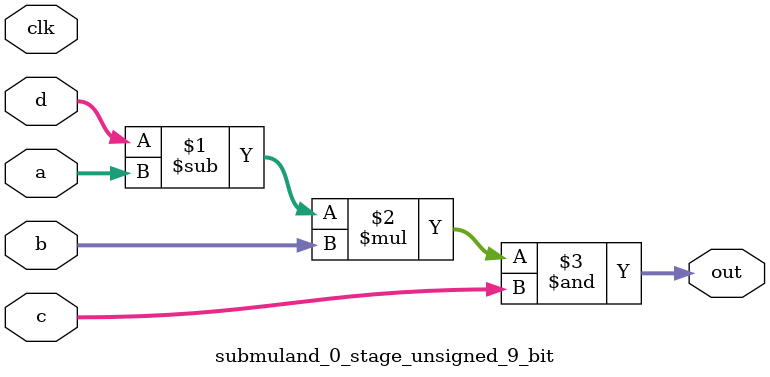
<source format=sv>
(* use_dsp = "yes" *) module submuland_0_stage_unsigned_9_bit(
	input  [8:0] a,
	input  [8:0] b,
	input  [8:0] c,
	input  [8:0] d,
	output [8:0] out,
	input clk);

	assign out = ((d - a) * b) & c;
endmodule

</source>
